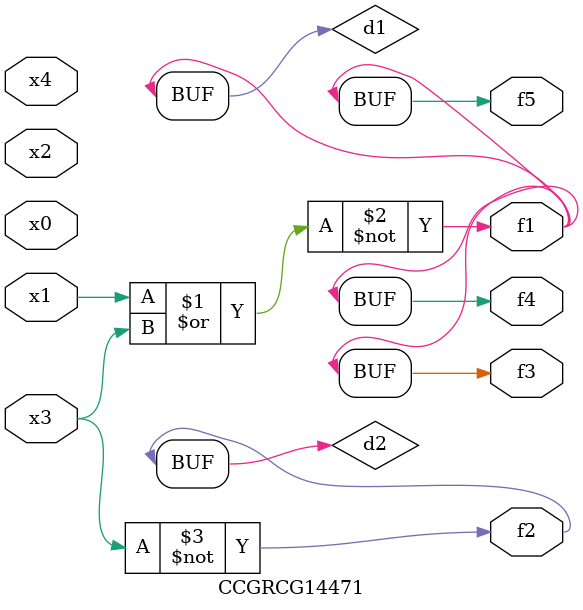
<source format=v>
module CCGRCG14471(
	input x0, x1, x2, x3, x4,
	output f1, f2, f3, f4, f5
);

	wire d1, d2;

	nor (d1, x1, x3);
	not (d2, x3);
	assign f1 = d1;
	assign f2 = d2;
	assign f3 = d1;
	assign f4 = d1;
	assign f5 = d1;
endmodule

</source>
